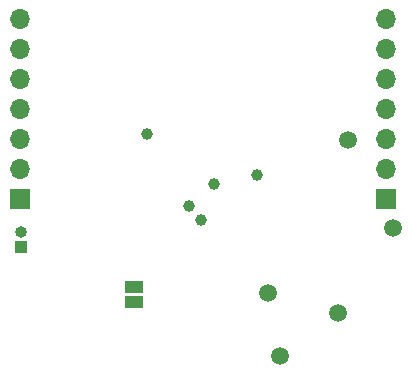
<source format=gbs>
G04 #@! TF.GenerationSoftware,KiCad,Pcbnew,(5.1.8)-1*
G04 #@! TF.CreationDate,2021-01-12T15:50:27+01:00*
G04 #@! TF.ProjectId,pcb-LR1110,7063622d-4c52-4313-9131-302e6b696361,1.1*
G04 #@! TF.SameCoordinates,PX8f0d180PY5f5e100*
G04 #@! TF.FileFunction,Soldermask,Bot*
G04 #@! TF.FilePolarity,Negative*
%FSLAX46Y46*%
G04 Gerber Fmt 4.6, Leading zero omitted, Abs format (unit mm)*
G04 Created by KiCad (PCBNEW (5.1.8)-1) date 2021-01-12 15:50:27*
%MOMM*%
%LPD*%
G01*
G04 APERTURE LIST*
%ADD10O,1.700000X1.700000*%
%ADD11R,1.700000X1.700000*%
%ADD12R,1.000000X1.000000*%
%ADD13O,1.000000X1.000000*%
%ADD14R,1.500000X1.000000*%
%ADD15C,1.500000*%
%ADD16C,1.000000*%
G04 APERTURE END LIST*
D10*
X-15500000Y7740000D03*
X-15500000Y5200000D03*
X-15500000Y2660000D03*
X-15500000Y120000D03*
X-15500000Y-2420000D03*
X-15500000Y-4960000D03*
D11*
X-15500000Y-7500000D03*
X15500000Y-7540000D03*
D10*
X15500000Y-5000000D03*
X15500000Y-2460000D03*
X15500000Y80000D03*
X15500000Y2620000D03*
X15500000Y5160000D03*
X15500000Y7700000D03*
D12*
X-15400000Y-11600000D03*
D13*
X-15400000Y-10330000D03*
D14*
X-5800000Y-16299999D03*
X-5800000Y-14999999D03*
D15*
X16120000Y-9980000D03*
X11450000Y-17150000D03*
X12300000Y-2550000D03*
X5500000Y-15500000D03*
X6550000Y-20850000D03*
D16*
X-4700000Y-2020000D03*
X4559000Y-5518000D03*
X-200000Y-9325000D03*
X968000Y-6248000D03*
X-1185000Y-8104000D03*
M02*

</source>
